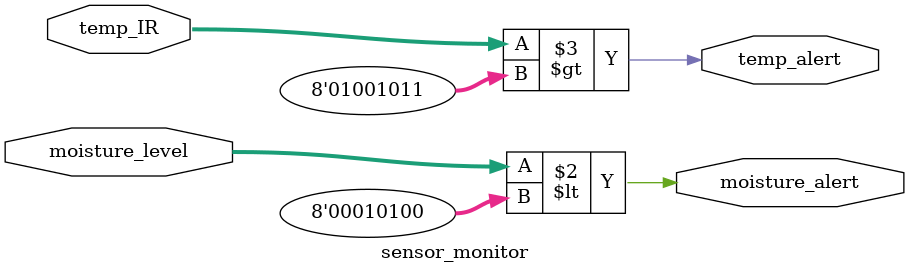
<source format=v>
module sensor_monitor(
    input [7:0] moisture_level,
    input [7:0] temp_IR,
    output reg moisture_alert,
    output reg temp_alert
);

always @(*) begin
    moisture_alert = (moisture_level < 8'd20);
    temp_alert     = (temp_IR > 8'd75);
end

endmodule


</source>
